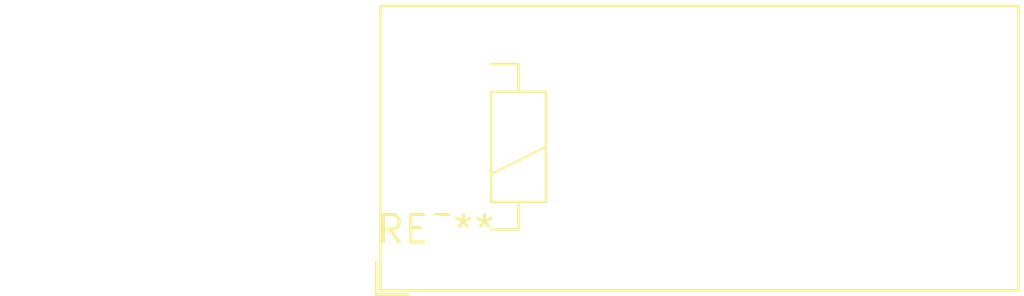
<source format=kicad_pcb>
(kicad_pcb (version 20240108) (generator pcbnew)
  (layers (0 "F.Cu" signal) (31 "B.Cu" signal) (34 "B.Paste" user) (35 "F.Paste" user) (36 "B.SilkS" user "B.Silkscreen") (37 "F.SilkS" user "F.Silkscreen") (38 "B.Mask" user) (39 "F.Mask" user) (44 "Edge.Cuts" user))
  (net 0 "")
  (footprint "Relay_DPST_Schrack-RT2-FormA_RM5mm" (layer "F.Cu") (at 0 0)
    (property "Reference" "REF**")
    (property "Value" "Relay_DPST_Schrack-RT2-FormA_RM5mm")
    (fp_line (start -2.75 1.5) (end -2.75 3) (layer "F.SilkS") (stroke (width 0.12)))
    (fp_line (start -2.75 3) (end -1.25 3) (layer "F.SilkS") (stroke (width 0.12)))
    (fp_line (start -2.55 -10.3) (end -2.55 2.8) (layer "F.SilkS") (stroke (width 0.12)))
    (fp_line (start -2.55 2.8) (end 26.85 2.8) (layer "F.SilkS") (stroke (width 0.12)))
    (fp_line (start 2.54 -6.35) (end 2.54 -1.27) (layer "F.SilkS") (stroke (width 0.12)))
    (fp_line (start 2.54 -2.54) (end 5.08 -3.81) (layer "F.SilkS") (stroke (width 0.1)))
    (fp_line (start 2.54 -1.27) (end 3.81 -1.27) (layer "F.SilkS") (stroke (width 0.12)))
    (fp_line (start 2.54 0) (end 3.81 0) (layer "F.SilkS") (stroke (width 0.12)))
    (fp_line (start 3.81 -7.62) (end 2.54 -7.62) (layer "F.SilkS") (stroke (width 0.12)))
    (fp_line (start 3.81 -6.35) (end 3.81 -7.62) (layer "F.SilkS") (stroke (width 0.12)))
    (fp_line (start 3.81 -1.27) (end 5.08 -1.27) (layer "F.SilkS") (stroke (width 0.12)))
    (fp_line (start 3.81 0) (end 3.81 -1.27) (layer "F.SilkS") (stroke (width 0.12)))
    (fp_line (start 5.08 -6.35) (end 2.54 -6.35) (layer "F.SilkS") (stroke (width 0.12)))
    (fp_line (start 5.08 -1.27) (end 5.08 -6.35) (layer "F.SilkS") (stroke (width 0.12)))
    (fp_line (start 26.85 -10.3) (end -2.55 -10.3) (layer "F.SilkS") (stroke (width 0.12)))
    (fp_line (start 26.85 2.8) (end 26.85 -10.3) (layer "F.SilkS") (stroke (width 0.12)))
    (pad "11" thru_hole oval (at 20.3 0 180) (size 2 3) (drill 1.3) (layers *.Cu *.Mask) (remove_unused_layers))
    (pad "14" thru_hole oval (at 25.34 0 180) (size 2 3) (drill 1.3) (layers *.Cu *.Mask) (remove_unused_layers))
    (pad "21" thru_hole oval (at 20.3 -7.5 180) (size 2 3) (drill 1.3) (layers *.Cu *.Mask) (remove_unused_layers))
    (pad "24" thru_hole oval (at 25.34 -7.5 180) (size 2 3) (drill 1.3) (layers *.Cu *.Mask) (remove_unused_layers))
    (pad "A1" thru_hole rect (at 0 0 180) (size 3 2) (drill 1.3) (layers *.Cu *.Mask) (remove_unused_layers))
    (pad "A2" thru_hole oval (at 0 -7.5 180) (size 3 2) (drill 1.3) (layers *.Cu *.Mask) (remove_unused_layers))
  )
)
</source>
